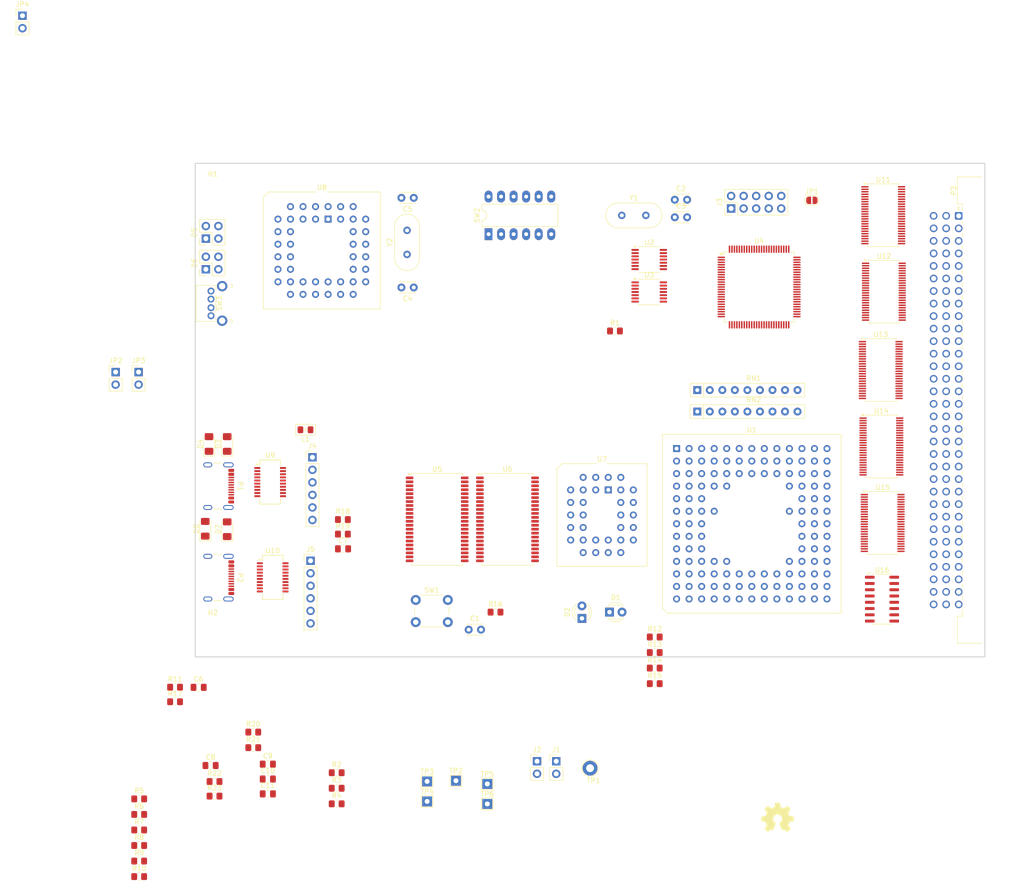
<source format=kicad_pcb>
(kicad_pcb (version 20240108) (generator "pcbnew") (generator_version "8.0")
  (layers (0 "F.Cu" signal) (31 "B.Cu" signal) (34 "B.Paste" user) (35 "F.Paste" user) (36 "B.SilkS" user "B.Silkscreen") (37 "F.SilkS" user "F.Silkscreen") (38 "B.Mask" user) (39 "F.Mask" user) (44 "Edge.Cuts" user))
  (net 0 "")
  (net 1 "Net-(C1-Pad1)")
  (net 2 "GND")
  (net 3 "Net-(C2-Pad1)")
  (net 4 "Net-(C3-Pad1)")
  (net 5 "~{HALT}")
  (net 6 "Net-(D2-K)")
  (net 7 "Net-(D3-K)")
  (net 8 "Net-(D3-A)")
  (net 9 "Net-(D4-K)")
  (net 10 "Net-(D4-A)")
  (net 11 "+5V")
  (net 12 "Net-(J3-Pin_4)")
  (net 13 "USB2_DN")
  (net 14 "USB1_DN")
  (net 15 "USB1_DP")
  (net 16 "USB2_DP")
  (net 17 "UART1_TX")
  (net 18 "UART1_RX")
  (net 19 "TCK")
  (net 20 "TDO")
  (net 21 "TDI")
  (net 22 "TMS")
  (net 23 "~{SIRQ}")
  (net 24 "~{IPL1}")
  (net 25 "~{SIACK}")
  (net 26 "~{IACK}")
  (net 27 "STATUSLED")
  (net 28 "~{AVEC}")
  (net 29 "~{BR}")
  (net 30 "~{BGACK}")
  (net 31 "~{DSACK-EXT}")
  (net 32 "~{BERR}")
  (net 33 "~{MMUDIS}")
  (net 34 "~{RESET}")
  (net 35 "~{CDIS}")
  (net 36 "Net-(RN2-R7)")
  (net 37 "Net-(RN2-R6)")
  (net 38 "~{IPL2}")
  (net 39 "Net-(RN2-R8)")
  (net 40 "~{DSACK1}")
  (net 41 "~{IPL0}")
  (net 42 "~{DSACK0}")
  (net 43 "Net-(U1-IPEND)")
  (net 44 "Net-(U1-REFILL)")
  (net 45 "Net-(U1-STATUS)")
  (net 46 "LD30")
  (net 47 "LA13")
  (net 48 "LA3")
  (net 49 "LA27")
  (net 50 "LA30")
  (net 51 "LA15")
  (net 52 "LA25")
  (net 53 "LA24")
  (net 54 "LD29")
  (net 55 "LA31")
  (net 56 "CLK")
  (net 57 "LA19")
  (net 58 "LA4")
  (net 59 "LD26")
  (net 60 "LD20")
  (net 61 "LA16")
  (net 62 "LA8")
  (net 63 "LD28")
  (net 64 "LD21")
  (net 65 "LA11")
  (net 66 "LD31")
  (net 67 "LA6")
  (net 68 "LD19")
  (net 69 "LA7")
  (net 70 "LD24")
  (net 71 "LD23")
  (net 72 "LA22")
  (net 73 "LA9")
  (net 74 "LA5")
  (net 75 "LA20")
  (net 76 "LA1")
  (net 77 "LA14")
  (net 78 "LD25")
  (net 79 "LA17")
  (net 80 "LA28")
  (net 81 "LD17")
  (net 82 "LA29")
  (net 83 "LA0")
  (net 84 "~{WR}")
  (net 85 "LA18")
  (net 86 "LD18")
  (net 87 "LD16")
  (net 88 "LA12")
  (net 89 "LA26")
  (net 90 "LD27")
  (net 91 "LA21")
  (net 92 "LA23")
  (net 93 "LA10")
  (net 94 "LD22")
  (net 95 "LA2")
  (net 96 "Net-(U2-Pad12)")
  (net 97 "~{RD}")
  (net 145 "A9")
  (net 146 "A19")
  (net 147 "A13")
  (net 148 "D21")
  (net 149 "D22")
  (net 150 "A8")
  (net 151 "D31")
  (net 152 "D29")
  (net 153 "A5")
  (net 154 "D24")
  (net 155 "D19")
  (net 156 "D16")
  (net 157 "A18")
  (net 158 "A16")
  (net 159 "D27")
  (net 160 "A17")
  (net 161 "D23")
  (net 162 "~{DS3}")
  (net 163 "~{RAMSEL}")
  (net 164 "D26")
  (net 165 "D17")
  (net 166 "A4")
  (net 167 "~{DS2}")
  (net 168 "D25")
  (net 169 "D28")
  (net 170 "A7")
  (net 171 "D18")
  (net 172 "A6")
  (net 173 "A3")
  (net 174 "A14")
  (net 175 "A11")
  (net 176 "A12")
  (net 177 "A2")
  (net 178 "A20")
  (net 179 "D30")
  (net 180 "A10")
  (net 181 "D20")
  (net 182 "A15")
  (net 183 "D0")
  (net 184 "~{DS1}")
  (net 185 "D7")
  (net 186 "D12")
  (net 187 "D8")
  (net 188 "D13")
  (net 189 "D11")
  (net 190 "D14")
  (net 191 "D3")
  (net 192 "D4")
  (net 193 "D10")
  (net 194 "D2")
  (net 195 "D15")
  (net 196 "D9")
  (net 197 "D5")
  (net 198 "D6")
  (net 199 "~{DS0}")
  (net 200 "D1")
  (net 201 "A1")
  (net 202 "A0")
  (net 203 "~{ROMSEL}")
  (net 204 "OP2")
  (net 205 "IP5")
  (net 206 "~{IOSEL}")
  (net 207 "OP3")
  (net 208 "IP4")
  (net 209 "VA7")
  (net 210 "~{AL_OE}")
  (net 211 "AL_DIR")
  (net 212 "VA3")
  (net 213 "VA12")
  (net 214 "VA15")
  (net 215 "VA9")
  (net 216 "VA8")
  (net 217 "VA11")
  (net 218 "VA5")
  (net 219 "VA14")
  (net 220 "VA10")
  (net 221 "VA0")
  (net 222 "VA1")
  (net 223 "VA13")
  (net 224 "VA6")
  (net 225 "VA4")
  (net 226 "VA2")
  (net 227 "VA23")
  (net 228 "VA17")
  (net 229 "VA18")
  (net 230 "VA22")
  (net 231 "VA16")
  (net 232 "VA20")
  (net 233 "VA21")
  (net 234 "VA19")
  (net 235 "VD10")
  (net 236 "~{DL_OE}")
  (net 237 "VD6")
  (net 238 "VD13")
  (net 239 "VD1")
  (net 240 "VD5")
  (net 241 "VD9")
  (net 242 "VD3")
  (net 243 "VD15")
  (net 244 "VD0")
  (net 245 "VD2")
  (net 246 "VD11")
  (net 247 "VD14")
  (net 248 "VD12")
  (net 249 "VD7")
  (net 250 "VD4")
  (net 251 "DL_DIR")
  (net 252 "VD8")
  (net 253 "D16X_DIR")
  (net 254 "~{D16X_OE}")
  (net 255 "~{A40X_OE}")
  (net 256 "~{MD32X_OE}")
  (net 257 "MD32X_DIR")
  (net 258 "~{VBERR}")
  (net 259 "VAM4")
  (net 260 "~{VDS1}")
  (net 261 "~{VAS}")
  (net 262 "VSYSCLK")
  (net 263 "~{VBCLR}")
  (net 265 "VAM0")
  (net 266 "~{VBBSY}")
  (net 267 "~{VACFAIL}")
  (net 268 "~{VDTACK}")
  (net 269 "VAM1")
  (net 270 "~{VLWORD}")
  (net 271 "~{VDS0}")
  (net 272 "~{VSYSRESET}")
  (net 273 "VAM3")
  (net 274 "~{VSYSFAIL}")
  (net 275 "VAM2")
  (net 276 "VAM5")
  (net 277 "~{VWRITE}")
  (net 308 "UART1_DTR")
  (net 309 "UART1_CTS")
  (net 310 "UART2_CTS")
  (net 311 "UART2_TX")
  (net 312 "UART2_RX")
  (net 313 "UART2_DTR")
  (net 314 "Net-(D8-A)")
  (net 315 "Net-(D7-A)")
  (net 316 "Net-(D7-K)")
  (net 317 "Net-(D8-K)")
  (net 322 "FC2")
  (net 324 "LD8")
  (net 326 "LD14")
  (net 329 "LD5")
  (net 330 "LD0")
  (net 333 "LD6")
  (net 334 "LD9")
  (net 335 "LD10")
  (net 336 "~{BG}")
  (net 337 "LD11")
  (net 338 "LD13")
  (net 339 "~{RMC}")
  (net 340 "FC1")
  (net 341 "~{AS}")
  (net 342 "LD3")
  (net 343 "LD15")
  (net 345 "~{DS}")
  (net 346 "SIZ0")
  (net 348 "~{DBEN}")
  (net 349 "LD12")
  (net 350 "SIZ1")
  (net 351 "LD2")
  (net 352 "LD4")
  (net 353 "FC0")
  (net 354 "LD1")
  (net 356 "LD7")
  (net 357 "Net-(U10-3V3OUT)")
  (net 358 "Net-(D1-A)")
  (net 359 "Net-(D5-K2)")
  (net 360 "Net-(D5-A2)")
  (net 361 "Net-(D5-A1)")
  (net 362 "Net-(D5-K1)")
  (net 363 "Net-(D6-A1)")
  (net 364 "Net-(D6-K2)")
  (net 365 "Net-(D6-K1)")
  (net 366 "Net-(D6-A2)")
  (net 370 "Net-(SW3B-C)")
  (net 371 "Net-(SW3A-C)")
  (net 372 "Net-(U10-USBDM)")
  (net 373 "Net-(U10-USBDP)")
  (net 388 "Net-(U8-X1{slash}CLK)")
  (net 389 "Net-(U8-X2)")
  (net 390 "Net-(U9-3V3OUT)")
  (net 395 "Net-(P3B-~{IRQ2})")
  (net 396 "Net-(P3B-~{IRQ6})")
  (net 400 "Net-(P3B-~{IRQ1})")
  (net 405 "Net-(P3B-~{IRQ4})")
  (net 406 "Net-(P3B-~{IRQ5})")
  (net 412 "Net-(P3B-~{IRQ3})")
  (net 413 "Net-(P3B-~{IRQ7})")
  (net 418 "Net-(U9-USBDM)")
  (net 419 "Net-(U9-USBDP)")
  (net 432 "USB1_5V")
  (net 434 "Net-(JP4-B)")
  (footprint "Package_SO:SOIC-16_3.9x9.9mm_P1.27mm" (layer "F.Cu") (at 175.9925 120.05)
    (property "Reference" "U16")
    (property "Value" "74HC148")
  )
  (footprint "TestPoint:TestPoint_THTPad_2.0x2.0mm_Drill1.0mm" (layer "F.Cu") (at 96.012 157.494)
    (property "Reference" "TP5")
    (property "Value" "IP3")
  )
  (footprint "Capacitor_SMD:C_0805_2012Metric_Pad1.18x1.45mm_HandSolder" (layer "F.Cu") (at 37.523 137.923)
    (property "Reference" "C6")
    (property "Value" "0.1uF")
  )
  (footprint "Connector_PinHeader_2.54mm:PinHeader_1x06_P2.54mm_Vertical" (layer "F.Cu") (at 60.579 91.313)
    (property "Reference" "J4")
    (property "Value" "Serial1")
  )
  (footprint "Connector_PinHeader_2.54mm:PinHeader_1x02_P2.54mm_Vertical" (layer "F.Cu") (at 109.982 152.908)
    (property "Reference" "J1")
    (property "Value" "5V")
  )
  (footprint "Capacitor_THT:C_Disc_D3.0mm_W2.0mm_P2.50mm" (layer "F.Cu") (at 134.005 42.672)
    (property "Reference" "C3")
    (property "Value" "18pF")
  )
  (footprint "Resistor_SMD:R_0805_2012Metric_Pad1.20x1.40mm_HandSolder" (layer "F.Cu") (at 25.4715 160.522)
    (property "Reference" "R5")
    (property "Value" "15k")
  )
  (footprint "Resistor_SMD:R_0805_2012Metric_Pad1.20x1.40mm_HandSolder" (layer "F.Cu") (at 65.4915 161.522)
    (property "Reference" "R4")
    (property "Value" "10k")
  )
  (footprint "Capacitor_SMD:C_0805_2012Metric_Pad1.18x1.45mm_HandSolder" (layer "F.Cu") (at 51.5405 156.502)
    (property "Reference" "C10")
    (property "Value" "47pF")
  )
  (footprint "TestPoint:TestPoint_THTPad_2.0x2.0mm_Drill1.0mm" (layer "F.Cu") (at 83.82 156.986)
    (property "Reference" "TP3")
    (property "Value" "REFILL")
  )
  (footprint "Package_SO:TSSOP-48_6.1x12.5mm_P0.5mm" (layer "F.Cu") (at 176.3735 57.75)
    (property "Reference" "U12")
    (property "Value" "74ABT16245DL")
  )
  (footprint "Package_SO:TSSOP-48_6.1x12.5mm_P0.5mm" (layer "F.Cu") (at 176.2465 42.256)
    (property "Reference" "U11")
    (property "Value" "74ABT16245DL")
  )
  (footprint "Package_SO:TSSOP-48_6.1x12.5mm_P0.5mm" (layer "F.Cu") (at 176.1195 104.613)
    (property "Reference" "U15")
    (property "Value" "74ABT16245DL")
  )
  (footprint "LED_SMD:LED_1206_3216Metric_Pad1.42x1.75mm_HandSolder" (layer "F.Cu") (at 38.862 105.791 90)
    (property "Reference" "D8")
    (property "Value" "OUT")
  )
  (footprint "Connector_PinHeader_2.54mm:PinHeader_2x05_P2.54mm_Vertical" (layer "F.Cu") (at 145.415 40.894 90)
    (property "Reference" "J3")
    (property "Value" "JTAG")
  )
  (footprint "Button_Switch_THT:SW_PUSH_6mm" (layer "F.Cu") (at 81.511 120.214)
    (property "Reference" "SW1")
    (property "Value" "~{RESET}")
  )
  (footprint "Package_DIP:DIP-12_W7.62mm_LongPads" (layer "F.Cu") (at 96.266 46.101 90)
    (property "Reference" "SW2")
    (property "Value" "SW_DIP_x06")
  )
  (footprint "Connector_PinHeader_2.54mm:PinHeader_1x02_P2.54mm_Vertical" (layer "F.Cu") (at 25.351 74.041)
    (property "Reference" "JP3")
    (property "Value" "~{IACK}")
  )
  (footprint "Capacitor_SMD:C_0805_2012Metric_Pad1.18x1.45mm_HandSolder" (layer "F.Cu") (at 51.5405 159.512)
    (property "Reference" "C11")
    (property "Value" "47pF")
  )
  (footprint "Package_SO:TSSOP-48_6.1x12.5mm_P0.5mm" (layer "F.Cu") (at 175.8655 89.119)
    (property "Reference" "U14")
    (property "Value" "74ABT16245DL")
  )
  (footprint "LED_SMD:LED_1206_3216Metric_Pad1.42x1.75mm_HandSolder" (layer "F.Cu") (at 39.624 88.6095 90)
    (property "Reference" "D4")
    (property "Value" "IN")
  )
  (footprint "Capacitor_SMD:C_0805_2012Metric_Pad1.18x1.45mm_HandSolder" (layer "F.Cu") (at 51.5405 153.492)
    (property "Reference" "C9")
    (property "Value" "47pF")
  )
  (footprint "Resistor_SMD:R_0805_2012Metric_Pad1.20x1.40mm_HandSolder" (layer "F.Cu") (at 129.9395 134.022)
    (property "Reference" "R14")
    (property "Value" "220")
  )
  (footprint "Computie_THT:PGA-128_13x13_THT-Socket" (layer "F.Cu") (at 134.366 120.015)
    (property "Reference" "U1")
    (property "Value" "MC68030RC")
  )
  (footprint "Crystal:Crystal_HC49-4H_Vertical" (layer "F.Cu") (at 123.263 42.291)
    (property "Reference" "Y1")
    (property "Value" "Crystal")
  )
  (footprint "Resistor_THT:R_Array_SIP9" (layer "F.Cu") (at 138.557 82.042)
    (property "Reference" "RN2")
    (property "Value" "10k")
  )
  (footprint "Connector_PinHeader_2.54mm:PinHeader_1x06_P2.54mm_Vertical" (layer "F.Cu") (at 60.198 112.268)
    (property "Reference" "J5")
    (property "Value" "Serial2")
  )
  (footprint "Package_SO:TSSOP-14_4.4x5mm_P0.65mm" (layer "F.Cu") (at 128.8295 51.237)
    (property "Reference" "U2")
    (property "Value" "74HC14")
  )
  (footprint "Resistor_SMD:R_0805_2012Metric_Pad1.20x1.40mm_HandSolder" (layer "F.Cu") (at 48.5905 150.142)
    (property "Reference" "R21")
    (property "Value" "68")
  )
  (footprint "Resistor_SMD:R_0805_2012Metric_Pad1.20x1.40mm_HandSolder" (layer "F.Cu") (at 25.4715 169.972)
    (property "Reference" "R8")
    (property "Value" "4.7k")
  )
  (footprint "Resistor_SMD:R_0805_2012Metric_Pad1.20x1.40mm_HandSolder" (layer "F.Cu") (at 121.8795 65.712)
    (property "Reference" "R1")
    (property "Value" "220")
  )
  (footprint "Resistor_SMD:R_0805_2012Metric_Pad1.20x1.40mm_HandSolder" (layer "F.Cu") (at 40.7405 157.012)
    (property "Reference" "R22")
    (property "Value" "68")
  )
  (footprint "Resistor_SMD:R_0805_2012Metric_Pad1.20x1.40mm_HandSolder" (layer "F.Cu") (at 48.5905 146.992)
    (property "Reference" "R20")
    (property "Value" "68")
  )
  (footprint "Connector_PinHeader_2.54mm:PinHeader_1x02_P2.54mm_Vertical" (layer "F.Cu") (at 106.091 152.898)
    (property "Reference" "J2")
    (property "Value" "5V")
  )
  (footprint "Resistor_SMD:R_0805_2012Metric_Pad1.20x1.40mm_HandSolder" (layer "F.Cu") (at 66.7505 106.875)
    (property "Reference" "R19")
    (property "Value" "1k")
  )
  (footprint "Computie_Miscellaneous:Harvatek_HV-32312-260-2SUB" (layer "F.Cu") (at 40.259 51.943)
    (property "Reference" "D6")
    (property "Value" "Harvatek HV-32312")
  )
  (footprint "Package_LCC:PLCC-32_THT-Socket" (layer "F.Cu") (at 120.523 97.917)
    (property "Reference" "U7")
    (property "Value" "AM29F040")
  )
  (footprint "Resistor_SMD:R_0805_2012Metric_Pad1.20x1.40mm_HandSolder" (layer "F.Cu") (at 40.7405 159.962)
    (property "Reference" "R23")
    (property "Value" "68")
  )
  (footprint "Resistor_SMD:R_0805_2012Metric_Pad1.20x1.40mm_HandSolder" (layer "F.Cu") (at 129.9395 130.872)
    (property "Reference" "R13")
    (property "Value" "220")
  )
  (footprint "PCM_Ferrite_SMD_Handsoldering_AKL:Ferrite_0805_2012Metric_Pad1.15x1.40mm_BigPads" (layer "F.Cu") (at 59.173 85.725 180)
    (property "Reference" "L1")
    (property "Value" "600Ω @ 100MHz (MI0805K601R-10)" (hide yes))
  )
  (footprint "Resistor_THT:R_Array_SIP9" (layer "F.Cu") (at 138.557 77.692)
    (property "Reference" "RN1")
    (property "Value" "10k")
  )
  (footprint "Capacitor_THT:C_Disc_D3.0mm_W2.0mm_P2.50mm" (layer "F.Cu") (at 92.242 126.238)
    (property "Reference" "C1")
    (property "Value" "0.47uF")
  )
  (footprint "Package_SO:TSOP-II-44_10.16x18.41mm_P0.8mm" (layer "F.Cu") (at 85.8515 103.879)
    (property "Reference" "U5")
    (property "Value" "AS6C8016")
  )
  (footprint "Resistor_SMD:R_0805_2012Metric_Pad1.20x1.40mm_HandSolder" (layer "F.Cu") (at 32.743 140.843)
    (property "Reference" "R17")
    (property "Value" "1k")
  )
  (footprint "Package_SO:TSSOP-14_4.4x5mm_P0.65mm" (layer "F.Cu") (at 128.8295 57.812)
    (property "Reference" "U3")
    (property "Value" "74HC05")
  )
  (footprint "LED_SMD:LED_1206_3216Metric_Pad1.42x1.75mm_HandSolder" (layer "F.Cu") (at 43.307 105.8815 90)
    (property "Reference" "D7")
    (property "Value" "OUT")
  )
  (footprint "Connector_USB:USB_C_Receptacle_GCT_USB4105-xx-A_16P_TopMnt_Horizontal" (layer "F.Cu") (at 40.456 115.699 -90)
    (property "Reference" "P2")
    (property "Value" "USB_C_Plug_USB2.0")
  )
  (footprint "Capacitor_SMD:C_0805_2012Metric_Pad1.18x1.45mm_HandSolder" (layer "F.Cu") (at 66.7805 109.855)
    (property "Reference" "C7")
    (property "Value" "0.1uF")
  )
  (footprint "Resistor_SMD:R_0805_2012Metric_Pad1.20x1.40mm_HandSolder" (layer "F.Cu") (at 66.7505 103.925)
    (property "Reference" "R18")
    (property "Value" "1k")
  )
  (footprint "LED_SMD:LED_1206_3216Metric_Pad1.42x1.75mm_HandSolder" (layer "F.Cu") (at 43.307 88.6095 90)
    (property "Reference" "D3")
    (property "Value" "IN")
  )
  (footprint "Connector_PinHeader_2.54mm:PinHeader_1x02_P2.54mm_Vertical" (layer "F.Cu") (at 20.701 74.041)
    (property "Reference" "JP2")
    (property "Value" "IRQ")
  )
  (footprint "LED_THT:LED_D3.0mm" (layer "F.Cu") (at 115.189 123.952 90)
    (property "Reference" "D2")
    (property "Value" "RUN")
  )
  (footprint "Resistor_SMD:R_0805_2012Metric_Pad1.20x1.40mm_HandSolder" (layer "F.Cu") (at 25.4715 166.822)
    (property "Reference" "R7")
    (property "Value" "4.7k")
  )
  (footprint "Resistor_SMD:R_0805_2012Metric_Pad1.20x1.40mm_HandSolder" (layer "F.Cu") (at 129.9395 127.722)
    (property "Reference" "R12")
    (property "Value" "220")
  )
  (footprint "Package_LCC:PLCC-44_THT-Socket" (layer "F.Cu") (at 63.754 43.053)
    (property "Reference" "U8")
    (property "Value" "MC68681")
  )
  (footprint "Connector_PinHeader_2.54mm:PinHeader_1x02_P2.54mm_Vertical" (layer "F.Cu") (at 1.825 1.825)
    (property "Reference" "JP4")
    (property "Value" "USB POWER")
  )
  (footprint "LED_THT:LED_D3.0mm" (layer "F.Cu") (at 120.777 122.682)
    (property "Reference" "D1")
    (property "Value" "STATUS")
  )
  (footprint "Capacitor_THT:C_Disc_D3.0mm_W2.0mm_P2.50mm" (layer "F.Cu") (at 81.113 56.896 180)
    (property "Reference" "C4")
    (property "Value" "15pF")
  )
  (footprint "Package_SO:SSOP-20_3.9x8.7mm_P0.635mm" (layer "F.Cu") (at 52.01 96.3295)
    (property "Reference" "U9")
    (property "Value" "FT231XS")
  )
  (footprint "Resistor_SMD:R_0805_2012Metric_Pad1.20x1.40mm_HandSolder" (layer "F.Cu") (at 129.9395 137.172)
    (property "Reference" "R15")
    (property "Value" "220")
  )
  (footprint "Capacitor_THT:C_Disc_D3.0mm_W2.0mm_P2.50mm" (layer "F.Cu") (at 81.113 38.735 180)
    (property "Reference" "C5")
    (property "Value" "5pF")
  )
  (footprint "Resistor_SMD:R_0805_2012Metric_Pad1.20x1.40mm_HandSolder" (layer "F.Cu") (at 97.679 122.682)
    (property "Reference" "R16")
    (property "Value" "1k")
  )
  (footprint "MountingHole:MountingHole_2.7mm_M2.5_DIN965" (layer "F.Cu") (at 40.4 37.25)
    (property "Reference" "H1")
    (property "Value" "MountingHole")
  )
  (footprint "Resistor_SMD:R_0805_2012Metric_Pad1.20x1.40mm_HandSolder" (layer "F.Cu") (at 25.4715 173.122)
    (property "Reference" "R9")
    (property "Value" "10k")
  )
  (footprint "TestPoint:TestPoint_Loop_D2.60mm_Drill1.6mm_Beaded" (layer "F.Cu") (at 116.84 154.305)
    (property "Reference" "TP1")
    (property "Value" "Ground Loop")
  )
  (footprint "Resistor_SMD:R_0805_2012Metric_Pad1.20x1.40mm_HandSolder" (layer "F.Cu") (at 32.743 137.893)
    (property "Reference" "R11")
    (property "Value" "10k")
  )
  (footprint "Package_SO:TSSOP-48_6.1x12.5mm_P0.5mm" (layer "F.Cu") (at 175.7385 73.625)
    (property "Reference" "U13")
    (property "Value" "74ABT16245DL")
  )
  (footprint "Package_QFP:TQFP-100_14x14mm_P0.5mm" (layer "F.Cu") (at 151.0875 56.8)
    (property "Reference" "U4")
    (property "Value" "ATF1508AS-xxAx100")
  )
  (footprint "Jumper:SolderJumper-2_P1.3mm_Open_RoundedPad1.0x1.5mm" (layer "F.Cu") (at 161.783 39.243)
    (property "Reference" "JP1")
    (property "Value" "Vcc")
  )
  (footprint "Connector_DIN:DIN41612_C_3x32_Male_Horizontal_THT" (layer "F.Cu") (at 191.53 42.38 -90)
    (property "Reference" "P3")
    (property "Value" "VME64-P1-3R")
  )
  (footprint "TestPoint:TestPoint_THTPad_2.0x2.0mm_Drill1.0mm" (layer "F.Cu") (at 96.012 161.544)
    (property "Reference" "TP6")
    (property "Value" "IP2")
  )
  (footprint "Computie_Miscellaneous:E-Switch_TL2243" (layer "F.Cu") (at 40.031 60.127 90)
    (property "Reference" "SW3")
    (property "Value" "E-Switch TL2243")
  )
  (footprint "Symbol:OSHW-Symbol_6.7x6mm_SilkScreen" (layer "F.Cu") (at 154.815036 164.277693)
    (property "Reference" "S1" (hide yes))
    (property "Value" "Logo_Open_Hardware_Small" (hide yes))
  )
  (footprint "Crystal:Crystal_HC49-4H_Vertical" (layer "F.Cu") (at 79.756 50.202 90)
    (property "Reference" "Y2")
    (property "Value" "Crystal")
  )
  (footprint "Connector_USB:USB_C_Receptacle_GCT_USB4105-xx-A_16P_TopMnt_Horizontal" (layer "F.Cu") (at 40.445 97.157 -90)
    (property "Reference" "P1")
    (property "Value" "USB_C_Plug_USB2.0")
  )
  (footprint "Resistor_SMD:R_0805_2012Metric_Pad1.20x1.40mm_HandSolder" (layer "F.Cu") (at 65.4915 158.372)
    (property "Reference" "R3")
    (property "Value" "1k")
  )
  (footprint "Capacitor_SMD:C_0805_2012Metric_Pad1.18x1.45mm_HandSolder" (layer "F.Cu") (at 39.9405 153.762)
    (property "Reference" "C8")
    (property "Value" "47pF")
  )
  (footprint "Capacitor_THT:C_Disc_D3.0mm_W2.0mm_P2.50mm" (layer "F.Cu") (at 134.005 39.122)
    (property "Reference" "C2")
    (property "Value" "18pF")
  )
  (footprint "Computie_Miscellaneous:Harvatek_HV-32312-260-2SUB" (layer "F.Cu") (at 40.259 45.72)
    (property "Reference" "D5")
    (property "Value" "Harvatek HV-32312")
  )
  (footprint "MountingHole:MountingHole_2.7mm_M2.5_DIN965" (layer "F.Cu") (at 40.4 126.15)
    (property "Reference" "H2")
    (property "Value" "MountingHole")
  )
  (footprint "Resistor_SMD:R_0805_2012Metric_Pad1.20x1.40mm_HandSolder" (layer "F.Cu") (at 65.4915 155.222)
    (property "Reference" "R2")
    (property "Value" "1k")
  )
  (footprint "Package_SO:TSOP-II-44_10.16x18.41mm_P0.8mm" (layer "F.Cu") (at 100.1015 103.879)
    (property "Reference" "U6")
    (property "Value" "AS6C8016")
  )
  (footprint "Package_SO:SSOP-20_3.9x8.7mm_P0.635mm" (layer "F.Cu") (at 52.518 115.6335)
    (property "Reference" "U10")
    (property "Value" "FT231XS")
  )
  (footprint "TestPoint:TestPoint_THTPad_2.0x2.0mm_Drill1.0mm" (layer "F.Cu") (at 89.662 156.845)
    (property "Reference" "TP2")
    (property "Value" "IPEND")
  )
  (footprint "Resistor_SMD:R_0805_2012Metric_Pad1.20x1.40mm_HandSolder" (layer "F.Cu") (at 25.4715 176.272)
    (property "Reference" "R10")
    (property "Value" "10k")
  )
  (footprint "Resistor_SMD:R_0805_2012Metric_Pad1.20x1.40mm_HandSolder" (layer "F.Cu") (at 25.4715 163.672)
    (property "Reference" "R6")
    (property "Value" "4.7k")
  )
  (footprint "TestPoint:TestPoint_THTPad_2.0x2.0mm_Drill1.0mm" (layer "F.Cu") (at 83.82 161.036)
    (property "Reference" "TP4")
    (property "Value" "STATUS")
  )
  (gr_rect (start 36.83 31.75) (end 196.83 131.75) (stroke (width 0.2)) (fill none) (layer "Edge.Cuts"))
)
</source>
